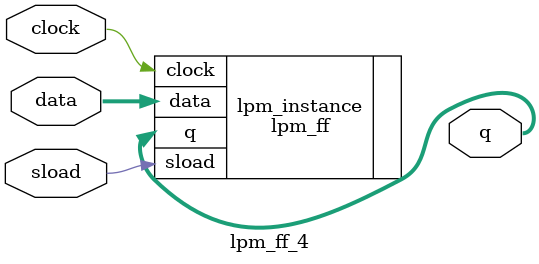
<source format=v>



module lpm_ff_4(clock,sload,data,q);
input clock;
input sload;
input [15:0] data;
output [15:0] q;

lpm_ff	lpm_instance(.clock(clock),.sload(sload),.data(data),.q(q));
	defparam	lpm_instance.LPM_WIDTH = 16;

endmodule

</source>
